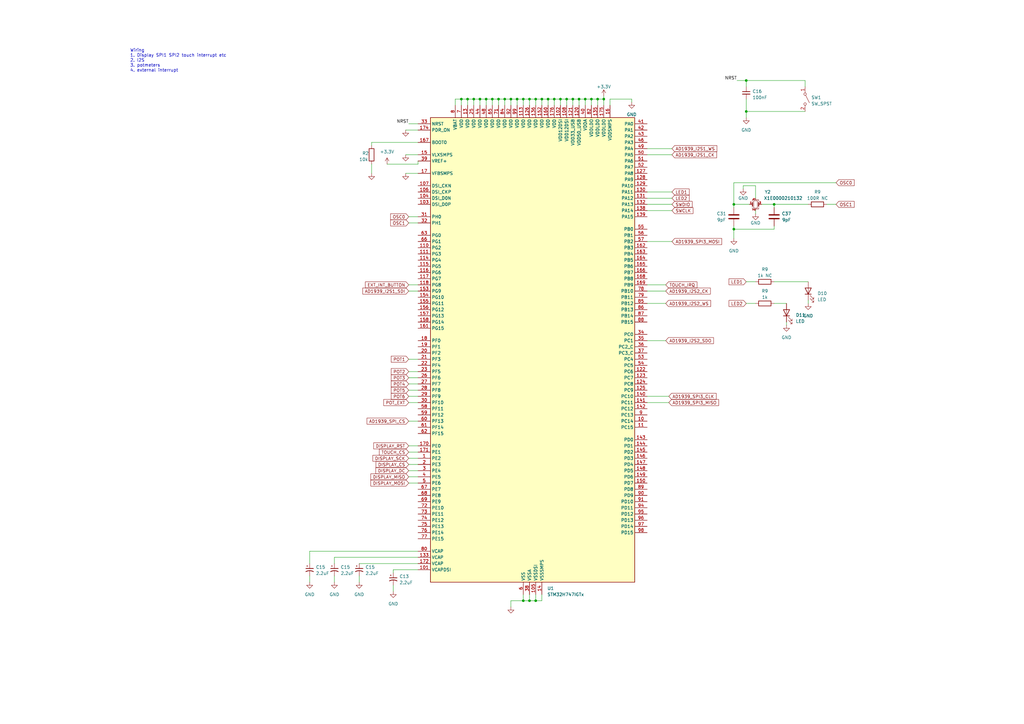
<source format=kicad_sch>
(kicad_sch (version 20230121) (generator eeschema)
  (paper "A3")
  (lib_symbols
    (symbol "Device:C" (pin_numbers hide) (pin_names (offset 0.254))
      (property "Reference" "C" (at 0.635 2.54 0))
      (property "Value" "C" (at 0.635 -2.54 0))
      (symbol "C_0_1"
        (polyline (pts (xy -2.032 -0.762) (xy 2.032 -0.762)) (stroke (width 0.508)))
        (polyline (pts (xy -2.032 0.762) (xy 2.032 0.762)) (stroke (width 0.508)))
      )
      (symbol "C_1_1"
        (pin passive line (at 0 3.81 270) (length 2.794) (name "~") (number "1"))
        (pin passive line (at 0 -3.81 90) (length 2.794) (name "~") (number "2"))
      )
    )
    (symbol "Device:C_Polarized_Small_US" (pin_numbers hide) (pin_names (offset 0.254) hide)
      (property "Reference" "C" (at 0.254 1.778 0))
      (property "Value" "C_Polarized_Small_US" (at 0.254 -2.032 0))
      (symbol "C_Polarized_Small_US_0_1"
        (polyline (pts (xy -1.524 0.508) (xy 1.524 0.508)) (stroke (width 0.3048)))
        (polyline (pts (xy -1.27 1.524) (xy -0.762 1.524)))
        (polyline (pts (xy -1.016 1.27) (xy -1.016 1.778)))
        (arc (start 1.524 -0.762) (mid 0 -0.3734) (end -1.524 -0.762) (stroke (width 0.3048)))
      )
      (symbol "C_Polarized_Small_US_1_1"
        (pin passive line (at 0 2.54 270) (length 2.032) (name "~") (number "1"))
        (pin passive line (at 0 -2.54 90) (length 2.032) (name "~") (number "2"))
      )
    )
    (symbol "Device:C_Small" (pin_numbers hide) (pin_names (offset 0.254) hide)
      (property "Reference" "C" (at 0.254 1.778 0))
      (property "Value" "C_Small" (at 0.254 -2.032 0))
      (symbol "C_Small_0_1"
        (polyline (pts (xy -1.524 -0.508) (xy 1.524 -0.508)) (stroke (width 0.3302)))
        (polyline (pts (xy -1.524 0.508) (xy 1.524 0.508)) (stroke (width 0.3048)))
      )
      (symbol "C_Small_1_1"
        (pin passive line (at 0 2.54 270) (length 2.032) (name "~") (number "1"))
        (pin passive line (at 0 -2.54 90) (length 2.032) (name "~") (number "2"))
      )
    )
    (symbol "Device:Crystal_GND24_Small" (pin_names (offset 1.016) hide)
      (property "Reference" "Y" (at 1.27 4.445 0))
      (property "Value" "Crystal_GND24_Small" (at 1.27 2.54 0))
      (symbol "Crystal_GND24_Small_0_1"
        (rectangle (start -0.762 -1.524) (end 0.762 1.524))
        (polyline (pts (xy -1.27 -0.762) (xy -1.27 0.762)) (stroke (width 0.381)))
        (polyline (pts (xy 1.27 -0.762) (xy 1.27 0.762)) (stroke (width 0.381)))
        (polyline (pts (xy -1.27 -1.27) (xy -1.27 -1.905) (xy 1.27 -1.905) (xy 1.27 -1.27)))
        (polyline (pts (xy -1.27 1.27) (xy -1.27 1.905) (xy 1.27 1.905) (xy 1.27 1.27)))
      )
      (symbol "Crystal_GND24_Small_1_1"
        (pin passive line (at -2.54 0 0) (length 1.27) (name "1") (number "1"))
        (pin passive line (at 0 -2.54 90) (length 0.635) (name "2") (number "2"))
        (pin passive line (at 2.54 0 180) (length 1.27) (name "3") (number "3"))
        (pin passive line (at 0 2.54 270) (length 0.635) (name "4") (number "4"))
      )
    )
    (symbol "Device:LED" (pin_numbers hide) (pin_names (offset 1.016) hide)
      (property "Reference" "D" (at 0 2.54 0))
      (property "Value" "LED" (at 0 -2.54 0))
      (symbol "LED_0_1"
        (polyline (pts (xy -1.27 -1.27) (xy -1.27 1.27)) (stroke (width 0.254)))
        (polyline (pts (xy -1.27 0) (xy 1.27 0)))
        (polyline (pts (xy 1.27 -1.27) (xy 1.27 1.27) (xy -1.27 0) (xy 1.27 -1.27)) (stroke (width 0.254)))
        (polyline (pts (xy -3.048 -0.762) (xy -4.572 -2.286) (xy -3.81 -2.286) (xy -4.572 -2.286) (xy -4.572 -1.524)))
        (polyline (pts (xy -1.778 -0.762) (xy -3.302 -2.286) (xy -2.54 -2.286) (xy -3.302 -2.286) (xy -3.302 -1.524)))
      )
      (symbol "LED_1_1"
        (pin passive line (at -3.81 0 0) (length 2.54) (name "K") (number "1"))
        (pin passive line (at 3.81 0 180) (length 2.54) (name "A") (number "2"))
      )
    )
    (symbol "Device:R" (pin_numbers hide) (pin_names (offset 0))
      (property "Reference" "R" (at 2.032 0 90))
      (property "Value" "R" (at 0 0 90))
      (symbol "R_0_1"
        (rectangle (start -1.016 -2.54) (end 1.016 2.54) (stroke (width 0.254)))
      )
      (symbol "R_1_1"
        (pin passive line (at 0 3.81 270) (length 1.27) (name "~") (number "1"))
        (pin passive line (at 0 -3.81 90) (length 1.27) (name "~") (number "2"))
      )
    )
    (symbol "MCU_ST_STM32H7:STM32H747IGTx"
      (property "Reference" "U" (at -40.64 97.79 0))
      (property "Value" "STM32H747IGTx" (at 35.56 97.79 0))
      (symbol "STM32H747IGTx_0_1"
        (rectangle (start -40.64 -93.98) (end 43.18 96.52) (stroke (width 0.254)) (fill (type background)))
      )
      (symbol "STM32H747IGTx_1_1"
        (pin bidirectional line (at -45.72 -43.18 0) (length 5.08) (name "PE2") (number "1"))
        (pin bidirectional line (at 48.26 -27.94 180) (length 5.08) (name "PC14") (number "10"))
        (pin passive line (at -2.54 -99.06 90) (length 5.08) hide (name "VSS") (number "100"))
        (pin power_out line (at -45.72 -88.9 0) (length 5.08) (name "VCAPDSI") (number "101"))
        (pin power_in line (at 12.7 101.6 270) (length 5.08) (name "VDD12DSI") (number "102"))
        (pin bidirectional line (at -45.72 60.96 0) (length 5.08) (name "DSI_D0P") (number "103"))
        (pin bidirectional line (at -45.72 63.5 0) (length 5.08) (name "DSI_D0N") (number "104"))
        (pin power_in line (at 2.54 -99.06 90) (length 5.08) (name "VSSDSI") (number "105"))
        (pin bidirectional line (at -45.72 66.04 0) (length 5.08) (name "DSI_CKP") (number "106"))
        (pin bidirectional line (at -45.72 68.58 0) (length 5.08) (name "DSI_CKN") (number "107"))
        (pin power_in line (at 15.24 101.6 270) (length 5.08) (name "VDD12DSI") (number "108"))
        (pin passive line (at 2.54 -99.06 90) (length 5.08) hide (name "VSSDSI") (number "109"))
        (pin bidirectional line (at 48.26 -30.48 180) (length 5.08) (name "PC15") (number "11"))
        (pin bidirectional line (at -45.72 43.18 0) (length 5.08) (name "PG2") (number "110"))
        (pin bidirectional line (at -45.72 40.64 0) (length 5.08) (name "PG3") (number "111"))
        (pin passive line (at -2.54 -99.06 90) (length 5.08) hide (name "VSS") (number "112"))
        (pin power_in line (at -2.54 101.6 270) (length 5.08) (name "VDD") (number "113"))
        (pin bidirectional line (at -45.72 38.1 0) (length 5.08) (name "PG4") (number "114"))
        (pin bidirectional line (at -45.72 35.56 0) (length 5.08) (name "PG5") (number "115"))
        (pin bidirectional line (at -45.72 33.02 0) (length 5.08) (name "PG6") (number "116"))
        (pin bidirectional line (at -45.72 30.48 0) (length 5.08) (name "PG7") (number "117"))
        (pin bidirectional line (at -45.72 27.94 0) (length 5.08) (name "PG8") (number "118"))
        (pin passive line (at -2.54 -99.06 90) (length 5.08) hide (name "VSS") (number "119"))
        (pin passive line (at -2.54 -99.06 90) (length 5.08) hide (name "VSS") (number "12"))
        (pin power_in line (at 20.32 101.6 270) (length 5.08) (name "VDD50_USB") (number "120"))
        (pin power_in line (at 17.78 101.6 270) (length 5.08) (name "VDD33_USB") (number "121"))
        (pin bidirectional line (at 48.26 -7.62 180) (length 5.08) (name "PC6") (number "122"))
        (pin bidirectional line (at 48.26 -10.16 180) (length 5.08) (name "PC7") (number "123"))
        (pin bidirectional line (at 48.26 -12.7 180) (length 5.08) (name "PC8") (number "124"))
        (pin bidirectional line (at 48.26 -15.24 180) (length 5.08) (name "PC9") (number "125"))
        (pin power_in line (at 0 101.6 270) (length 5.08) (name "VDD") (number "126"))
        (pin bidirectional line (at 48.26 73.66 180) (length 5.08) (name "PA8") (number "127"))
        (pin bidirectional line (at 48.26 71.12 180) (length 5.08) (name "PA9") (number "128"))
        (pin bidirectional line (at 48.26 68.58 180) (length 5.08) (name "PA10") (number "129"))
        (pin power_in line (at -25.4 101.6 270) (length 5.08) (name "VDD") (number "13"))
        (pin bidirectional line (at 48.26 66.04 180) (length 5.08) (name "PA11") (number "130"))
        (pin bidirectional line (at 48.26 63.5 180) (length 5.08) (name "PA12") (number "131"))
        (pin bidirectional line (at 48.26 60.96 180) (length 5.08) (name "PA13") (number "132"))
        (pin power_out line (at -45.72 -83.82 0) (length 5.08) (name "VCAP") (number "133"))
        (pin passive line (at -2.54 -99.06 90) (length 5.08) hide (name "VSS") (number "134"))
        (pin power_in line (at 27.94 101.6 270) (length 5.08) (name "VDDLDO") (number "135"))
        (pin power_in line (at 2.54 101.6 270) (length 5.08) (name "VDD") (number "136"))
        (pin passive line (at -2.54 -99.06 90) (length 5.08) hide (name "VSS") (number "137"))
        (pin bidirectional line (at 48.26 58.42 180) (length 5.08) (name "PA14") (number "138"))
        (pin bidirectional line (at 48.26 55.88 180) (length 5.08) (name "PA15") (number "139"))
        (pin power_in line (at 5.08 -99.06 90) (length 5.08) (name "VSSSMPS") (number "14"))
        (pin bidirectional line (at 48.26 -17.78 180) (length 5.08) (name "PC10") (number "140"))
        (pin bidirectional line (at 48.26 -20.32 180) (length 5.08) (name "PC11") (number "141"))
        (pin bidirectional line (at 48.26 -22.86 180) (length 5.08) (name "PC12") (number "142"))
        (pin bidirectional line (at 48.26 -35.56 180) (length 5.08) (name "PD0") (number "143"))
        (pin bidirectional line (at 48.26 -38.1 180) (length 5.08) (name "PD1") (number "144"))
        (pin bidirectional line (at 48.26 -40.64 180) (length 5.08) (name "PD2") (number "145"))
        (pin bidirectional line (at 48.26 -43.18 180) (length 5.08) (name "PD3") (number "146"))
        (pin bidirectional line (at 48.26 -45.72 180) (length 5.08) (name "PD4") (number "147"))
        (pin bidirectional line (at 48.26 -48.26 180) (length 5.08) (name "PD5") (number "148"))
        (pin bidirectional line (at 48.26 -50.8 180) (length 5.08) (name "PD6") (number "149"))
        (pin power_in line (at -45.72 81.28 0) (length 5.08) (name "VLXSMPS") (number "15"))
        (pin bidirectional line (at 48.26 -53.34 180) (length 5.08) (name "PD7") (number "150"))
        (pin passive line (at -2.54 -99.06 90) (length 5.08) hide (name "VSS") (number "151"))
        (pin power_in line (at 5.08 101.6 270) (length 5.08) (name "VDD") (number "152"))
        (pin bidirectional line (at -45.72 25.4 0) (length 5.08) (name "PG9") (number "153"))
        (pin bidirectional line (at -45.72 22.86 0) (length 5.08) (name "PG10") (number "154"))
        (pin bidirectional line (at -45.72 20.32 0) (length 5.08) (name "PG11") (number "155"))
        (pin bidirectional line (at -45.72 17.78 0) (length 5.08) (name "PG12") (number "156"))
        (pin bidirectional line (at -45.72 15.24 0) (length 5.08) (name "PG13") (number "157"))
        (pin bidirectional line (at -45.72 12.7 0) (length 5.08) (name "PG14") (number "158"))
        (pin passive line (at -2.54 -99.06 90) (length 5.08) hide (name "VSS") (number "159"))
        (pin power_in line (at 33.02 101.6 270) (length 5.08) (name "VDDSMPS") (number "16"))
        (pin power_in line (at 7.62 101.6 270) (length 5.08) (name "VDD") (number "160"))
        (pin bidirectional line (at -45.72 10.16 0) (length 5.08) (name "PG15") (number "161"))
        (pin bidirectional line (at 48.26 43.18 180) (length 5.08) (name "PB3") (number "162"))
        (pin bidirectional line (at 48.26 40.64 180) (length 5.08) (name "PB4") (number "163"))
        (pin bidirectional line (at 48.26 38.1 180) (length 5.08) (name "PB5") (number "164"))
        (pin bidirectional line (at 48.26 35.56 180) (length 5.08) (name "PB6") (number "165"))
        (pin bidirectional line (at 48.26 33.02 180) (length 5.08) (name "PB7") (number "166"))
        (pin input line (at -45.72 86.36 0) (length 5.08) (name "BOOT0") (number "167"))
        (pin bidirectional line (at 48.26 30.48 180) (length 5.08) (name "PB8") (number "168"))
        (pin bidirectional line (at 48.26 27.94 180) (length 5.08) (name "PB9") (number "169"))
        (pin input line (at -45.72 73.66 0) (length 5.08) (name "VFBSMPS") (number "17"))
        (pin bidirectional line (at -45.72 -38.1 0) (length 5.08) (name "PE0") (number "170"))
        (pin bidirectional line (at -45.72 -40.64 0) (length 5.08) (name "PE1") (number "171"))
        (pin power_out line (at -45.72 -86.36 0) (length 5.08) (name "VCAP") (number "172"))
        (pin passive line (at -2.54 -99.06 90) (length 5.08) hide (name "VSS") (number "173"))
        (pin input line (at -45.72 91.44 0) (length 5.08) (name "PDR_ON") (number "174"))
        (pin power_in line (at 30.48 101.6 270) (length 5.08) (name "VDDLDO") (number "175"))
        (pin power_in line (at 10.16 101.6 270) (length 5.08) (name "VDD") (number "176"))
        (pin bidirectional line (at -45.72 5.08 0) (length 5.08) (name "PF0") (number "18"))
        (pin bidirectional line (at -45.72 2.54 0) (length 5.08) (name "PF1") (number "19"))
        (pin bidirectional line (at -45.72 -45.72 0) (length 5.08) (name "PE3") (number "2"))
        (pin bidirectional line (at -45.72 0 0) (length 5.08) (name "PF2") (number "20"))
        (pin bidirectional line (at -45.72 -2.54 0) (length 5.08) (name "PF3") (number "21"))
        (pin bidirectional line (at -45.72 -5.08 0) (length 5.08) (name "PF4") (number "22"))
        (pin bidirectional line (at -45.72 -7.62 0) (length 5.08) (name "PF5") (number "23"))
        (pin passive line (at -2.54 -99.06 90) (length 5.08) hide (name "VSS") (number "24"))
        (pin power_in line (at -22.86 101.6 270) (length 5.08) (name "VDD") (number "25"))
        (pin bidirectional line (at -45.72 -10.16 0) (length 5.08) (name "PF6") (number "26"))
        (pin bidirectional line (at -45.72 -12.7 0) (length 5.08) (name "PF7") (number "27"))
        (pin bidirectional line (at -45.72 -15.24 0) (length 5.08) (name "PF8") (number "28"))
        (pin bidirectional line (at -45.72 -17.78 0) (length 5.08) (name "PF9") (number "29"))
        (pin bidirectional line (at -45.72 -48.26 0) (length 5.08) (name "PE4") (number "3"))
        (pin bidirectional line (at -45.72 -20.32 0) (length 5.08) (name "PF10") (number "30"))
        (pin bidirectional line (at -45.72 55.88 0) (length 5.08) (name "PH0") (number "31"))
        (pin bidirectional line (at -45.72 53.34 0) (length 5.08) (name "PH1") (number "32"))
        (pin input line (at -45.72 93.98 0) (length 5.08) (name "NRST") (number "33"))
        (pin bidirectional line (at 48.26 7.62 180) (length 5.08) (name "PC0") (number "34"))
        (pin bidirectional line (at 48.26 5.08 180) (length 5.08) (name "PC1") (number "35"))
        (pin bidirectional line (at 48.26 2.54 180) (length 5.08) (name "PC2_C") (number "36"))
        (pin bidirectional line (at 48.26 0 180) (length 5.08) (name "PC3_C") (number "37"))
        (pin power_in line (at 0 -99.06 90) (length 5.08) (name "VSSA") (number "38"))
        (pin input line (at -45.72 78.74 0) (length 5.08) (name "VREF+") (number "39"))
        (pin bidirectional line (at -45.72 -50.8 0) (length 5.08) (name "PE5") (number "4"))
        (pin power_in line (at 22.86 101.6 270) (length 5.08) (name "VDDA") (number "40"))
        (pin bidirectional line (at 48.26 93.98 180) (length 5.08) (name "PA0") (number "41"))
        (pin bidirectional line (at 48.26 91.44 180) (length 5.08) (name "PA1") (number "42"))
        (pin bidirectional line (at 48.26 88.9 180) (length 5.08) (name "PA2") (number "43"))
        (pin power_in line (at -20.32 101.6 270) (length 5.08) (name "VDD") (number "44"))
        (pin passive line (at -2.54 -99.06 90) (length 5.08) hide (name "VSS") (number "45"))
        (pin bidirectional line (at 48.26 86.36 180) (length 5.08) (name "PA3") (number "46"))
        (pin passive line (at -2.54 -99.06 90) (length 5.08) hide (name "VSS") (number "47"))
        (pin power_in line (at -17.78 101.6 270) (length 5.08) (name "VDD") (number "48"))
        (pin bidirectional line (at 48.26 83.82 180) (length 5.08) (name "PA4") (number "49"))
        (pin bidirectional line (at -45.72 -53.34 0) (length 5.08) (name "PE6") (number "5"))
        (pin bidirectional line (at 48.26 81.28 180) (length 5.08) (name "PA5") (number "50"))
        (pin bidirectional line (at 48.26 78.74 180) (length 5.08) (name "PA6") (number "51"))
        (pin bidirectional line (at 48.26 76.2 180) (length 5.08) (name "PA7") (number "52"))
        (pin bidirectional line (at 48.26 -2.54 180) (length 5.08) (name "PC4") (number "53"))
        (pin bidirectional line (at 48.26 -5.08 180) (length 5.08) (name "PC5") (number "54"))
        (pin bidirectional line (at 48.26 50.8 180) (length 5.08) (name "PB0") (number "55"))
        (pin bidirectional line (at 48.26 48.26 180) (length 5.08) (name "PB1") (number "56"))
        (pin bidirectional line (at 48.26 45.72 180) (length 5.08) (name "PB2") (number "57"))
        (pin bidirectional line (at -45.72 -22.86 0) (length 5.08) (name "PF11") (number "58"))
        (pin bidirectional line (at -45.72 -25.4 0) (length 5.08) (name "PF12") (number "59"))
        (pin power_in line (at -2.54 -99.06 90) (length 5.08) (name "VSS") (number "6"))
        (pin bidirectional line (at -45.72 -27.94 0) (length 5.08) (name "PF13") (number "60"))
        (pin bidirectional line (at -45.72 -30.48 0) (length 5.08) (name "PF14") (number "61"))
        (pin bidirectional line (at -45.72 -33.02 0) (length 5.08) (name "PF15") (number "62"))
        (pin bidirectional line (at -45.72 48.26 0) (length 5.08) (name "PG0") (number "63"))
        (pin passive line (at -2.54 -99.06 90) (length 5.08) hide (name "VSS") (number "64"))
        (pin power_in line (at -15.24 101.6 270) (length 5.08) (name "VDD") (number "65"))
        (pin bidirectional line (at -45.72 45.72 0) (length 5.08) (name "PG1") (number "66"))
        (pin bidirectional line (at -45.72 -55.88 0) (length 5.08) (name "PE7") (number "67"))
        (pin bidirectional line (at -45.72 -58.42 0) (length 5.08) (name "PE8") (number "68"))
        (pin bidirectional line (at -45.72 -60.96 0) (length 5.08) (name "PE9") (number "69"))
        (pin power_in line (at -27.94 101.6 270) (length 5.08) (name "VDD") (number "7"))
        (pin passive line (at -2.54 -99.06 90) (length 5.08) hide (name "VSS") (number "70"))
        (pin power_in line (at -12.7 101.6 270) (length 5.08) (name "VDD") (number "71"))
        (pin bidirectional line (at -45.72 -63.5 0) (length 5.08) (name "PE10") (number "72"))
        (pin bidirectional line (at -45.72 -66.04 0) (length 5.08) (name "PE11") (number "73"))
        (pin bidirectional line (at -45.72 -68.58 0) (length 5.08) (name "PE12") (number "74"))
        (pin bidirectional line (at -45.72 -71.12 0) (length 5.08) (name "PE13") (number "75"))
        (pin bidirectional line (at -45.72 -73.66 0) (length 5.08) (name "PE14") (number "76"))
        (pin bidirectional line (at -45.72 -76.2 0) (length 5.08) (name "PE15") (number "77"))
        (pin bidirectional line (at 48.26 25.4 180) (length 5.08) (name "PB10") (number "78"))
        (pin bidirectional line (at 48.26 22.86 180) (length 5.08) (name "PB11") (number "79"))
        (pin power_in line (at -30.48 101.6 270) (length 5.08) (name "VBAT") (number "8"))
        (pin power_out line (at -45.72 -81.28 0) (length 5.08) (name "VCAP") (number "80"))
        (pin passive line (at -2.54 -99.06 90) (length 5.08) hide (name "VSS") (number "81"))
        (pin power_in line (at 25.4 101.6 270) (length 5.08) (name "VDDLDO") (number "82"))
        (pin passive line (at -2.54 -99.06 90) (length 5.08) hide (name "VSS") (number "83"))
        (pin power_in line (at -10.16 101.6 270) (length 5.08) (name "VDD") (number "84"))
        (pin bidirectional line (at 48.26 20.32 180) (length 5.08) (name "PB12") (number "85"))
        (pin bidirectional line (at 48.26 17.78 180) (length 5.08) (name "PB13") (number "86"))
        (pin bidirectional line (at 48.26 15.24 180) (length 5.08) (name "PB14") (number "87"))
        (pin bidirectional line (at 48.26 12.7 180) (length 5.08) (name "PB15") (number "88"))
        (pin bidirectional line (at 48.26 -55.88 180) (length 5.08) (name "PD8") (number "89"))
        (pin bidirectional line (at 48.26 -25.4 180) (length 5.08) (name "PC13") (number "9"))
        (pin bidirectional line (at 48.26 -58.42 180) (length 5.08) (name "PD9") (number "90"))
        (pin bidirectional line (at 48.26 -60.96 180) (length 5.08) (name "PD10") (number "91"))
        (pin power_in line (at -7.62 101.6 270) (length 5.08) (name "VDD") (number "92"))
        (pin passive line (at -2.54 -99.06 90) (length 5.08) hide (name "VSS") (number "93"))
        (pin bidirectional line (at 48.26 -63.5 180) (length 5.08) (name "PD11") (number "94"))
        (pin bidirectional line (at 48.26 -66.04 180) (length 5.08) (name "PD12") (number "95"))
        (pin bidirectional line (at 48.26 -68.58 180) (length 5.08) (name "PD13") (number "96"))
        (pin bidirectional line (at 48.26 -71.12 180) (length 5.08) (name "PD14") (number "97"))
        (pin bidirectional line (at 48.26 -73.66 180) (length 5.08) (name "PD15") (number "98"))
        (pin power_in line (at -5.08 101.6 270) (length 5.08) (name "VDD") (number "99"))
      )
    )
    (symbol "Switch:SW_SPST" (pin_names (offset 0) hide)
      (property "Reference" "SW" (at 0 3.175 0))
      (property "Value" "SW_SPST" (at 0 -2.54 0))
      (symbol "SW_SPST_0_0"
        (circle (center -2.032 0) (radius 0.508))
        (polyline (pts (xy -1.524 0.254) (xy 1.524 1.778)))
        (circle (center 2.032 0) (radius 0.508))
      )
      (symbol "SW_SPST_1_1"
        (pin passive line (at -5.08 0 0) (length 2.54) (name "A") (number "1"))
        (pin passive line (at 5.08 0 180) (length 2.54) (name "B") (number "2"))
      )
    )
    (symbol "power:+3.3V" (power) (pin_names (offset 0))
      (property "Value" "+3.3V" (at 0 3.556 0))
      (symbol "+3.3V_0_1"
        (polyline (pts (xy -0.762 1.27) (xy 0 2.54)))
        (polyline (pts (xy 0 0) (xy 0 2.54)))
        (polyline (pts (xy 0 2.54) (xy 0.762 1.27)))
      )
      (symbol "+3.3V_1_1"
        (pin power_in line (at 0 0 90) (length 0) hide (name "+3.3V") (number "1"))
      )
    )
    (symbol "power:GND" (power) (pin_names (offset 0))
      (property "Value" "GND" (at 0 -3.81 0))
      (symbol "GND_0_1"
        (polyline (pts (xy 0 0) (xy 0 -1.27) (xy 1.27 -1.27) (xy 0 -2.54) (xy -1.27 -1.27) (xy 0 -1.27)))
      )
      (symbol "GND_1_1"
        (pin power_in line (at 0 0 270) (length 0) hide (name "GND") (number "1"))
      )
    )
  )
  (junction (at 232.41 40.64))
  (junction (at 189.23 40.64))
  (junction (at 300.99 93.98))
  (junction (at 209.55 40.64))
  (junction (at 196.85 40.64))
  (junction (at 214.63 40.64))
  (junction (at 242.57 40.64))
  (junction (at 219.71 40.64))
  (junction (at 191.77 40.64))
  (junction (at 217.17 40.64))
  (junction (at 207.01 40.64))
  (junction (at 217.17 246.38))
  (junction (at 227.33 40.64))
  (junction (at 219.71 246.38))
  (junction (at 237.49 40.64))
  (junction (at 222.25 40.64))
  (junction (at 234.95 40.64))
  (junction (at 212.09 40.64))
  (junction (at 204.47 40.64))
  (junction (at 201.93 40.64))
  (junction (at 194.31 40.64))
  (junction (at 199.39 40.64))
  (junction (at 214.63 246.38))
  (junction (at 300.99 83.82))
  (junction (at 317.5 83.82))
  (junction (at 224.79 40.64))
  (junction (at 306.07 33.02))
  (junction (at 245.11 40.64))
  (junction (at 240.03 40.64))
  (junction (at 306.07 45.72))
  (junction (at 229.87 40.64))
  (junction (at 247.65 40.64))
  (wire (pts (xy 166.37 53.34) (xy 171.45 53.34)))
  (wire (pts (xy 186.69 43.18) (xy 186.69 40.64)))
  (wire (pts (xy 259.08 40.64) (xy 259.08 41.91)))
  (wire (pts (xy 232.41 40.64) (xy 234.95 40.64)))
  (wire (pts (xy 300.99 93.98) (xy 317.5 93.98)))
  (wire (pts (xy 167.64 50.8) (xy 171.45 50.8)))
  (wire (pts (xy 217.17 40.64) (xy 219.71 40.64)))
  (wire (pts (xy 265.43 124.46) (xy 273.05 124.46)))
  (wire (pts (xy 222.25 43.18) (xy 222.25 40.64)))
  (wire (pts (xy 166.37 71.12) (xy 171.45 71.12)))
  (wire (pts (xy 167.64 157.48) (xy 171.45 157.48)))
  (wire (pts (xy 247.65 43.18) (xy 247.65 40.64)))
  (wire (pts (xy 194.31 40.64) (xy 196.85 40.64)))
  (wire (pts (xy 265.43 78.74) (xy 275.59 78.74)))
  (wire (pts (xy 152.4 67.31) (xy 152.4 71.12)))
  (wire (pts (xy 219.71 43.18) (xy 219.71 40.64)))
  (wire (pts (xy 219.71 246.38) (xy 222.25 246.38)))
  (wire (pts (xy 127 226.06) (xy 171.45 226.06)))
  (wire (pts (xy 199.39 40.64) (xy 201.93 40.64)))
  (wire (pts (xy 167.64 190.5) (xy 171.45 190.5)))
  (wire (pts (xy 306.07 115.57) (xy 309.88 115.57)))
  (wire (pts (xy 171.45 228.6) (xy 137.16 228.6)))
  (wire (pts (xy 152.4 58.42) (xy 171.45 58.42)))
  (wire (pts (xy 191.77 43.18) (xy 191.77 40.64)))
  (wire (pts (xy 214.63 246.38) (xy 214.63 243.84)))
  (wire (pts (xy 300.99 74.93) (xy 300.99 83.82)))
  (wire (pts (xy 207.01 40.64) (xy 209.55 40.64)))
  (wire (pts (xy 167.64 198.12) (xy 171.45 198.12)))
  (wire (pts (xy 224.79 43.18) (xy 224.79 40.64)))
  (wire (pts (xy 245.11 40.64) (xy 247.65 40.64)))
  (wire (pts (xy 217.17 246.38) (xy 219.71 246.38)))
  (wire (pts (xy 137.16 228.6) (xy 137.16 231.14)))
  (wire (pts (xy 209.55 40.64) (xy 212.09 40.64)))
  (wire (pts (xy 227.33 40.64) (xy 229.87 40.64)))
  (wire (pts (xy 304.8 76.2) (xy 309.88 76.2)))
  (wire (pts (xy 207.01 43.18) (xy 207.01 40.64)))
  (wire (pts (xy 331.47 123.19) (xy 331.47 124.46)))
  (wire (pts (xy 306.07 40.64) (xy 306.07 45.72)))
  (wire (pts (xy 265.43 99.06) (xy 275.59 99.06)))
  (wire (pts (xy 304.8 77.47) (xy 304.8 76.2)))
  (wire (pts (xy 322.58 132.08) (xy 322.58 133.35)))
  (wire (pts (xy 167.64 152.4) (xy 171.45 152.4)))
  (wire (pts (xy 167.64 182.88) (xy 171.45 182.88)))
  (wire (pts (xy 167.64 119.38) (xy 171.45 119.38)))
  (wire (pts (xy 209.55 43.18) (xy 209.55 40.64)))
  (wire (pts (xy 167.64 172.72) (xy 171.45 172.72)))
  (wire (pts (xy 127 231.14) (xy 127 226.06)))
  (wire (pts (xy 242.57 40.64) (xy 245.11 40.64)))
  (wire (pts (xy 250.19 40.64) (xy 259.08 40.64)))
  (wire (pts (xy 265.43 86.36) (xy 275.59 86.36)))
  (wire (pts (xy 204.47 40.64) (xy 207.01 40.64)))
  (wire (pts (xy 306.07 33.02) (xy 306.07 35.56)))
  (wire (pts (xy 127 236.22) (xy 127 238.76)))
  (wire (pts (xy 147.32 231.14) (xy 171.45 231.14)))
  (wire (pts (xy 167.64 88.9) (xy 171.45 88.9)))
  (wire (pts (xy 167.64 193.04) (xy 171.45 193.04)))
  (wire (pts (xy 167.64 154.94) (xy 171.45 154.94)))
  (wire (pts (xy 222.25 246.38) (xy 222.25 243.84)))
  (wire (pts (xy 166.37 63.5) (xy 171.45 63.5)))
  (wire (pts (xy 167.64 165.1) (xy 171.45 165.1)))
  (wire (pts (xy 339.09 83.82) (xy 342.9 83.82)))
  (wire (pts (xy 161.29 240.03) (xy 161.29 242.57)))
  (wire (pts (xy 212.09 43.18) (xy 212.09 40.64)))
  (wire (pts (xy 265.43 60.96) (xy 275.59 60.96)))
  (wire (pts (xy 240.03 40.64) (xy 242.57 40.64)))
  (wire (pts (xy 317.5 115.57) (xy 331.47 115.57)))
  (wire (pts (xy 167.64 185.42) (xy 171.45 185.42)))
  (wire (pts (xy 204.47 43.18) (xy 204.47 40.64)))
  (wire (pts (xy 306.07 33.02) (xy 330.2 33.02)))
  (wire (pts (xy 237.49 43.18) (xy 237.49 40.64)))
  (wire (pts (xy 186.69 40.64) (xy 189.23 40.64)))
  (wire (pts (xy 217.17 246.38) (xy 217.17 243.84)))
  (wire (pts (xy 265.43 81.28) (xy 275.59 81.28)))
  (wire (pts (xy 152.4 59.69) (xy 152.4 58.42)))
  (wire (pts (xy 300.99 74.93) (xy 342.9 74.93)))
  (wire (pts (xy 167.64 195.58) (xy 171.45 195.58)))
  (wire (pts (xy 209.55 246.38) (xy 214.63 246.38)))
  (wire (pts (xy 161.29 233.68) (xy 171.45 233.68)))
  (wire (pts (xy 302.26 33.02) (xy 306.07 33.02)))
  (wire (pts (xy 300.99 83.82) (xy 307.34 83.82)))
  (wire (pts (xy 137.16 236.22) (xy 137.16 238.76)))
  (wire (pts (xy 214.63 43.18) (xy 214.63 40.64)))
  (wire (pts (xy 167.64 91.44) (xy 171.45 91.44)))
  (wire (pts (xy 219.71 246.38) (xy 219.71 243.84)))
  (wire (pts (xy 265.43 83.82) (xy 275.59 83.82)))
  (wire (pts (xy 317.5 92.71) (xy 317.5 93.98)))
  (wire (pts (xy 265.43 116.84) (xy 273.05 116.84)))
  (wire (pts (xy 167.64 187.96) (xy 171.45 187.96)))
  (wire (pts (xy 247.65 39.37) (xy 247.65 40.64)))
  (wire (pts (xy 196.85 43.18) (xy 196.85 40.64)))
  (wire (pts (xy 229.87 40.64) (xy 232.41 40.64)))
  (wire (pts (xy 201.93 43.18) (xy 201.93 40.64)))
  (wire (pts (xy 250.19 43.18) (xy 250.19 40.64)))
  (wire (pts (xy 167.64 116.84) (xy 171.45 116.84)))
  (wire (pts (xy 317.5 85.09) (xy 317.5 83.82)))
  (wire (pts (xy 245.11 43.18) (xy 245.11 40.64)))
  (wire (pts (xy 309.88 76.2) (xy 309.88 81.28)))
  (wire (pts (xy 242.57 43.18) (xy 242.57 40.64)))
  (wire (pts (xy 189.23 40.64) (xy 191.77 40.64)))
  (wire (pts (xy 219.71 40.64) (xy 222.25 40.64)))
  (wire (pts (xy 265.43 63.5) (xy 275.59 63.5)))
  (wire (pts (xy 265.43 165.1) (xy 274.32 165.1)))
  (wire (pts (xy 191.77 40.64) (xy 194.31 40.64)))
  (wire (pts (xy 214.63 40.64) (xy 217.17 40.64)))
  (wire (pts (xy 171.45 67.31) (xy 171.45 66.04)))
  (wire (pts (xy 217.17 43.18) (xy 217.17 40.64)))
  (wire (pts (xy 214.63 246.38) (xy 217.17 246.38)))
  (wire (pts (xy 312.42 83.82) (xy 317.5 83.82)))
  (wire (pts (xy 265.43 139.7) (xy 273.05 139.7)))
  (wire (pts (xy 158.75 67.31) (xy 171.45 67.31)))
  (wire (pts (xy 196.85 40.64) (xy 199.39 40.64)))
  (wire (pts (xy 309.88 86.36) (xy 309.88 87.63)))
  (wire (pts (xy 300.99 83.82) (xy 300.99 85.09)))
  (wire (pts (xy 265.43 162.56) (xy 274.32 162.56)))
  (wire (pts (xy 234.95 43.18) (xy 234.95 40.64)))
  (wire (pts (xy 232.41 43.18) (xy 232.41 40.64)))
  (wire (pts (xy 306.07 45.72) (xy 306.07 48.26)))
  (wire (pts (xy 300.99 92.71) (xy 300.99 93.98)))
  (wire (pts (xy 306.07 124.46) (xy 309.88 124.46)))
  (wire (pts (xy 199.39 43.18) (xy 199.39 40.64)))
  (wire (pts (xy 167.64 162.56) (xy 171.45 162.56)))
  (wire (pts (xy 317.5 83.82) (xy 331.47 83.82)))
  (wire (pts (xy 212.09 40.64) (xy 214.63 40.64)))
  (wire (pts (xy 167.64 147.32) (xy 171.45 147.32)))
  (wire (pts (xy 330.2 35.56) (xy 330.2 33.02)))
  (wire (pts (xy 167.64 160.02) (xy 171.45 160.02)))
  (wire (pts (xy 229.87 43.18) (xy 229.87 40.64)))
  (wire (pts (xy 222.25 40.64) (xy 224.79 40.64)))
  (wire (pts (xy 161.29 234.95) (xy 161.29 233.68)))
  (wire (pts (xy 209.55 246.38) (xy 209.55 248.92)))
  (wire (pts (xy 265.43 119.38) (xy 273.05 119.38)))
  (wire (pts (xy 201.93 40.64) (xy 204.47 40.64)))
  (wire (pts (xy 300.99 93.98) (xy 300.99 97.79)))
  (wire (pts (xy 237.49 40.64) (xy 240.03 40.64)))
  (wire (pts (xy 189.23 43.18) (xy 189.23 40.64)))
  (wire (pts (xy 147.32 236.22) (xy 147.32 238.76)))
  (wire (pts (xy 224.79 40.64) (xy 227.33 40.64)))
  (wire (pts (xy 227.33 43.18) (xy 227.33 40.64)))
  (wire (pts (xy 194.31 43.18) (xy 194.31 40.64)))
  (wire (pts (xy 240.03 43.18) (xy 240.03 40.64)))
  (wire (pts (xy 306.07 45.72) (xy 330.2 45.72)))
  (wire (pts (xy 317.5 124.46) (xy 322.58 124.46)))
  (wire (pts (xy 234.95 40.64) (xy 237.49 40.64)))
  (text "Wiring\n1. Display SPI1 SPI2 touch interrupt etc\n2. I2S\n3. potmeters\n4. external interrupt\n\n" (at 53.34 31.75 0) (effects (font (size 1.27 1.27)) (justify left bottom)))
  (label "NRST" (at 167.64 50.8 180))
  (label "NRST" (at 302.26 33.02 180))
  (global_label "OSC0" (shape input) (at 342.9 74.93 0) (property "Intersheetrefs" "${INTERSHEET_REFS}" (effects hide)))
  (global_label "POT5" (shape input) (at 167.64 160.02 180) (property "Intersheetrefs" "${INTERSHEET_REFS}" (effects hide)))
  (global_label "OSC1" (shape input) (at 167.64 91.44 180) (property "Intersheetrefs" "${INTERSHEET_REFS}" (effects hide)))
  (global_label "AD1939_I2S1_CK" (shape input) (at 275.59 63.5 0) (property "Intersheetrefs" "${INTERSHEET_REFS}" (effects hide)))
  (global_label "TOUCH_CS" (shape input) (at 167.64 185.42 180) (property "Intersheetrefs" "${INTERSHEET_REFS}" (effects hide)))
  (global_label "LED2" (shape input) (at 306.07 124.46 180) (property "Intersheetrefs" "${INTERSHEET_REFS}" (effects hide)))
  (global_label "POT1" (shape input) (at 167.64 147.32 180) (property "Intersheetrefs" "${INTERSHEET_REFS}" (effects hide)))
  (global_label "LED1" (shape input) (at 275.59 78.74 0) (property "Intersheetrefs" "${INTERSHEET_REFS}" (effects hide)))
  (global_label "DISPLAY_RST" (shape input) (at 167.64 182.88 180) (property "Intersheetrefs" "${INTERSHEET_REFS}" (effects hide)))
  (global_label "AD1939_I2S2_CK" (shape input) (at 273.05 119.38 0) (property "Intersheetrefs" "${INTERSHEET_REFS}" (effects hide)))
  (global_label "DISPLAY_CS" (shape input) (at 167.64 190.5 180) (property "Intersheetrefs" "${INTERSHEET_REFS}" (effects hide)))
  (global_label "AD1939_SPI3_CLK" (shape input) (at 274.32 162.56 0) (property "Intersheetrefs" "${INTERSHEET_REFS}" (effects hide)))
  (global_label "AD1939_SPI_CS" (shape input) (at 167.64 172.72 180) (property "Intersheetrefs" "${INTERSHEET_REFS}" (effects hide)))
  (global_label "POT4" (shape input) (at 167.64 157.48 180) (property "Intersheetrefs" "${INTERSHEET_REFS}" (effects hide)))
  (global_label "AD1939_I2S2_SDO" (shape input) (at 273.05 139.7 0) (property "Intersheetrefs" "${INTERSHEET_REFS}" (effects hide)))
  (global_label "LED1" (shape input) (at 306.07 115.57 180) (property "Intersheetrefs" "${INTERSHEET_REFS}" (effects hide)))
  (global_label "EXT_INT_BUTTON" (shape input) (at 167.64 116.84 180) (property "Intersheetrefs" "${INTERSHEET_REFS}" (effects hide)))
  (global_label "AD1939_I2S1_SDI" (shape input) (at 167.64 119.38 180) (property "Intersheetrefs" "${INTERSHEET_REFS}" (effects hide)))
  (global_label "TOUCH_IRQ" (shape input) (at 273.05 116.84 0) (property "Intersheetrefs" "${INTERSHEET_REFS}" (effects hide)))
  (global_label "LED2" (shape input) (at 275.59 81.28 0) (property "Intersheetrefs" "${INTERSHEET_REFS}" (effects hide)))
  (global_label "DISPLAY_DC" (shape input) (at 167.64 193.04 180) (property "Intersheetrefs" "${INTERSHEET_REFS}" (effects hide)))
  (global_label "AD1939_SPI3_MISO" (shape input) (at 274.32 165.1 0) (property "Intersheetrefs" "${INTERSHEET_REFS}" (effects hide)))
  (global_label "POT_EXT" (shape input) (at 167.64 165.1 180) (property "Intersheetrefs" "${INTERSHEET_REFS}" (effects hide)))
  (global_label "DISPLAY_MOSI" (shape input) (at 167.64 198.12 180) (property "Intersheetrefs" "${INTERSHEET_REFS}" (effects hide)))
  (global_label "AD1939_I2S2_WS" (shape input) (at 273.05 124.46 0) (property "Intersheetrefs" "${INTERSHEET_REFS}" (effects hide)))
  (global_label "POT3" (shape input) (at 167.64 154.94 180) (property "Intersheetrefs" "${INTERSHEET_REFS}" (effects hide)))
  (global_label "AD1939_I2S1_WS" (shape input) (at 275.59 60.96 0) (property "Intersheetrefs" "${INTERSHEET_REFS}" (effects hide)))
  (global_label "POT6" (shape input) (at 167.64 162.56 180) (property "Intersheetrefs" "${INTERSHEET_REFS}" (effects hide)))
  (global_label "AD1939_SPI3_MOSI" (shape input) (at 275.59 99.06 0) (property "Intersheetrefs" "${INTERSHEET_REFS}" (effects hide)))
  (global_label "SWCLK" (shape input) (at 275.59 86.36 0) (property "Intersheetrefs" "${INTERSHEET_REFS}" (effects hide)))
  (global_label "SWDIO" (shape input) (at 275.59 83.82 0) (property "Intersheetrefs" "${INTERSHEET_REFS}" (effects hide)))
  (global_label "DISPLAY_MISO" (shape input) (at 167.64 195.58 180) (property "Intersheetrefs" "${INTERSHEET_REFS}" (effects hide)))
  (global_label "POT2" (shape input) (at 167.64 152.4 180) (property "Intersheetrefs" "${INTERSHEET_REFS}" (effects hide)))
  (global_label "OSC0" (shape input) (at 167.64 88.9 180) (property "Intersheetrefs" "${INTERSHEET_REFS}" (effects hide)))
  (global_label "OSC1" (shape input) (at 342.9 83.82 0) (property "Intersheetrefs" "${INTERSHEET_REFS}" (effects hide)))
  (global_label "DISPLAY_SCK" (shape input) (at 167.64 187.96 180) (property "Intersheetrefs" "${INTERSHEET_REFS}" (effects hide)))
  (symbol (lib_id "power:GND") (at 166.37 71.12 0) (unit 1)
    (property "Reference" "#PWR010" (effects hide))
    (property "Value" "GND" (effects hide))
    (instances (project "stm_audio_board_V2_1" (path "" (reference "#PWR010") (unit 1)) (path "" (reference "#PWR068") (unit 1))))
  )
  (symbol (lib_id "power:GND") (at 166.37 63.5 0) (unit 1)
    (property "Reference" "#PWR010" (effects hide))
    (property "Value" "GND" (effects hide))
    (instances (project "stm_audio_board_V2_1" (path "" (reference "#PWR010") (unit 1)) (path "" (reference "#PWR063") (unit 1))))
  )
  (symbol (lib_id "Device:C_Polarized_Small_US") (at 147.32 233.68 0) (unit 1)
    (property "Reference" "C15" (at 149.86 232.6132 0) (effects (justify left)))
    (property "Value" "2.2uF" (at 149.86 235.1532 0) (effects (justify left)))
    (property "Footprint" "Capacitor_SMD:C_0805_2012Metric_Pad1.18x1.45mm_HandSolder" (effects hide))
    (instances (project "stm_audio_board_V2_1" (path "" (reference "C15") (unit 1)) (path "" (reference "C52") (unit 1))))
  )
  (symbol (lib_id "Device:C") (at 300.99 88.9 180) (unit 1)
    (property "Reference" "C31" (at 295.91 87.63 0))
    (property "Value" "9pF" (at 295.91 90.17 0))
    (property "Footprint" "Capacitor_SMD:C_0603_1608Metric_Pad1.08x0.95mm_HandSolder" (effects hide))
  )
  (symbol (lib_id "MCU_ST_STM32H7:STM32H747IGTx") (at 217.17 144.78 0) (unit 1)
    (property "Reference" "U1" (at 224.4441 241.3 0) (effects (justify left)))
    (property "Value" "STM32H747IGTx" (at 224.4441 243.84 0) (effects (justify left)))
    (property "Footprint" "Package_QFP:LQFP-176_24x24mm_P0.5mm" (effects hide))
    (property "Datasheet" "https://www.st.com/resource/en/datasheet/stm32h747ig.pdf" (effects hide))
  )
  (symbol (lib_id "Device:LED") (at 331.47 119.38 90) (unit 1)
    (property "Reference" "D10" (at 335.28 120.3325 90) (effects (justify right)))
    (property "Value" "LED" (at 335.28 122.8725 90) (effects (justify right)))
    (property "Footprint" "LED_SMD:LED_0603_1608Metric_Pad1.05x0.95mm_HandSolder" (effects hide))
  )
  (symbol (lib_id "power:+3.3V") (at 247.65 39.37 0) (unit 1)
    (property "Reference" "#PWR081" (effects hide))
    (property "Value" "+3.3V" (at 247.65 35.56 0))
    (instances (project "stm_audio_board_V2_1" (path "" (reference "#PWR081") (unit 1)) (path "" (reference "#PWR03") (unit 1))))
  )
  (symbol (lib_id "power:GND") (at 300.99 97.79 0) (unit 1)
    (property "Reference" "#PWR019" (effects hide))
    (property "Value" "GND" (at 300.99 102.87 0))
    (instances (project "stm_audio_board_V2_1" (path "" (reference "#PWR019") (unit 1)) (path "" (reference "#PWR07") (unit 1))))
  )
  (symbol (lib_id "Device:C_Polarized_Small_US") (at 161.29 237.49 0) (unit 1)
    (property "Reference" "C13" (at 163.83 236.4232 0) (effects (justify left)))
    (property "Value" "2.2uF" (at 163.83 238.9632 0) (effects (justify left)))
    (property "Footprint" "Capacitor_SMD:C_0805_2012Metric_Pad1.18x1.45mm_HandSolder" (effects hide))
    (instances (project "stm_audio_board_V2_1" (path "" (reference "C13") (unit 1)) (path "" (reference "C2") (unit 1))))
  )
  (symbol (lib_id "power:GND") (at 166.37 53.34 0) (unit 1)
    (property "Reference" "#PWR010" (effects hide))
    (property "Value" "GND" (effects hide))
    (instances (project "stm_audio_board_V2_1" (path "" (reference "#PWR010") (unit 1)) (path "" (reference "#PWR072") (unit 1))))
  )
  (symbol (lib_id "power:GND") (at 322.58 133.35 0) (unit 1)
    (property "Reference" "#PWR019" (effects hide))
    (property "Value" "GND" (at 322.58 138.43 0))
    (instances (project "stm_audio_board_V2_1" (path "" (reference "#PWR019") (unit 1)) (path "" (reference "#PWR089") (unit 1))))
  )
  (symbol (lib_id "power:GND") (at 161.29 242.57 0) (unit 1)
    (property "Reference" "#PWR07" (effects hide))
    (property "Value" "GND" (at 161.29 247.65 0))
    (instances (project "stm_audio_board_V2_1" (path "" (reference "#PWR07") (unit 1)) (path "" (reference "#PWR085") (unit 1))))
  )
  (symbol (lib_id "Device:Crystal_GND24_Small") (at 309.88 83.82 0) (unit 1)
    (property "Reference" "Y2" (at 314.8583 78.74 0))
    (property "Value" "X1E0000210132" (at 321.2083 81.28 0))
    (property "Footprint" "Crystal:Crystal_SMD_SeikoEpson_TSX3225-4Pin_3.2x2.5mm_HandSoldering" (effects hide))
  )
  (symbol (lib_id "power:GND") (at 209.55 248.92 0) (unit 1)
    (property "Reference" "#PWR010" (effects hide))
    (property "Value" "GND" (effects hide))
    (instances (project "stm_audio_board_V2_1" (path "" (reference "#PWR010") (unit 1)) (path "" (reference "#PWR081") (unit 1))))
  )
  (symbol (lib_id "Device:C_Polarized_Small_US") (at 127 233.68 0) (unit 1)
    (property "Reference" "C15" (at 129.54 232.6132 0) (effects (justify left)))
    (property "Value" "2.2uF" (at 129.54 235.1532 0) (effects (justify left)))
    (property "Footprint" "Capacitor_SMD:C_0805_2012Metric_Pad1.18x1.45mm_HandSolder" (effects hide))
    (instances (project "stm_audio_board_V2_1" (path "" (reference "C15") (unit 1)) (path "" (reference "C1") (unit 1))))
  )
  (symbol (lib_id "Device:LED") (at 322.58 128.27 90) (unit 1)
    (property "Reference" "D11" (at 326.39 129.2225 90) (effects (justify right)))
    (property "Value" "LED" (at 326.39 131.7625 90) (effects (justify right)))
    (property "Footprint" "LED_SMD:LED_0603_1608Metric_Pad1.05x0.95mm_HandSolder" (effects hide))
  )
  (symbol (lib_id "Device:C_Small") (at 306.07 38.1 0) (unit 1)
    (property "Reference" "C16" (at 308.61 37.4713 0) (effects (justify left)))
    (property "Value" "100nF " (at 308.61 40.0113 0) (effects (justify left)))
    (property "Footprint" "Capacitor_SMD:C_0603_1608Metric_Pad1.08x0.95mm_HandSolder" (effects hide))
  )
  (symbol (lib_id "Device:R") (at 313.69 124.46 270) (unit 1)
    (property "Reference" "R9" (at 313.69 119.38 90))
    (property "Value" "1k" (at 313.69 121.92 90))
    (property "Footprint" "Resistor_SMD:R_0603_1608Metric_Pad0.98x0.95mm_HandSolder" (effects hide))
    (instances (project "stm_audio_board_V2_1" (path "" (reference "R9") (unit 1)) (path "" (reference "R9") (unit 1)) (path "" (reference "R25") (unit 1))))
  )
  (symbol (lib_id "power:GND") (at 309.88 87.63 0) (unit 1)
    (property "Reference" "#PWR036" (effects hide))
    (property "Value" "GND" (at 309.88 91.44 0))
    (instances (project "stm_audio_board_V2_1" (path "" (reference "#PWR036") (unit 1)) (path "" (reference "#PWR026") (unit 1))))
  )
  (symbol (lib_id "power:GND") (at 137.16 238.76 0) (unit 1)
    (property "Reference" "#PWR08" (effects hide))
    (property "Value" "GND" (at 137.16 243.84 0))
    (instances (project "stm_audio_board_V2_1" (path "" (reference "#PWR08") (unit 1)) (path "" (reference "#PWR042") (unit 1))))
  )
  (symbol (lib_id "power:GND") (at 152.4 71.12 0) (unit 1)
    (property "Reference" "#PWR010" (effects hide))
    (property "Value" "GND" (effects hide))
    (instances (project "stm_audio_board_V2_1" (path "" (reference "#PWR010") (unit 1)) (path "" (reference "#PWR022") (unit 1))))
  )
  (symbol (lib_id "Device:C") (at 317.5 88.9 180) (unit 1)
    (property "Reference" "C37" (at 322.58 87.63 0))
    (property "Value" "9pF" (at 322.58 90.17 0))
    (property "Footprint" "Capacitor_SMD:C_0603_1608Metric_Pad1.08x0.95mm_HandSolder" (effects hide))
  )
  (symbol (lib_id "power:+3.3V") (at 158.75 67.31 0) (unit 1)
    (property "Reference" "#PWR081" (effects hide))
    (property "Value" "+3.3V" (at 158.75 62.23 0))
    (instances (project "stm_audio_board_V2_1" (path "" (reference "#PWR081") (unit 1)) (path "" (reference "#PWR039") (unit 1))))
  )
  (symbol (lib_id "Switch:SW_SPST") (at 330.2 40.64 270) (unit 1)
    (property "Reference" "SW1" (at 332.74 40.005 90) (effects (justify left)))
    (property "Value" "SW_SPST" (at 332.74 42.545 90) (effects (justify left)))
    (property "Footprint" "Button_Switch_SMD:SW_SPST_TL3305A" (effects hide))
  )
  (symbol (lib_id "power:GND") (at 147.32 238.76 0) (unit 1)
    (property "Reference" "#PWR08" (effects hide))
    (property "Value" "GND" (at 147.32 243.84 0))
    (instances (project "stm_audio_board_V2_1" (path "" (reference "#PWR08") (unit 1)) (path "" (reference "#PWR049") (unit 1))))
  )
  (symbol (lib_id "power:GND") (at 331.47 124.46 0) (unit 1)
    (property "Reference" "#PWR019" (effects hide))
    (property "Value" "GND" (at 331.47 129.54 0))
    (instances (project "stm_audio_board_V2_1" (path "" (reference "#PWR019") (unit 1)) (path "" (reference "#PWR096") (unit 1))))
  )
  (symbol (lib_id "power:GND") (at 259.08 41.91 0) (unit 1)
    (property "Reference" "#PWR09" (effects hide))
    (property "Value" "GND" (at 259.08 46.99 0))
    (instances (project "stm_audio_board_V2_1" (path "" (reference "#PWR09") (unit 1)) (path "" (reference "#PWR017") (unit 1))))
  )
  (symbol (lib_id "Device:R") (at 335.28 83.82 270) (unit 1)
    (property "Reference" "R9" (at 335.28 78.74 90))
    (property "Value" "100R NC" (at 335.28 81.28 90))
    (property "Footprint" "Resistor_SMD:R_0603_1608Metric_Pad0.98x0.95mm_HandSolder" (effects hide))
    (instances (project "stm_audio_board_V2_1" (path "" (reference "R9") (unit 1)) (path "" (reference "R9") (unit 1)) (path "" (reference "R2") (unit 1))))
  )
  (symbol (lib_id "Device:R") (at 152.4 63.5 0) (unit 1)
    (property "Reference" "R2" (at 148.59 62.865 0) (effects (justify left)))
    (property "Value" "10k" (at 147.32 65.405 0) (effects (justify left)))
    (property "Footprint" "Resistor_SMD:R_0805_2012Metric_Pad1.20x1.40mm_HandSolder" (effects hide))
    (instances (project "stm_audio_board_V2_1" (path "" (reference "R2") (unit 1)) (path "" (reference "R1") (unit 1))))
  )
  (symbol (lib_id "power:GND") (at 304.8 77.47 0) (unit 1)
    (property "Reference" "#PWR055" (effects hide))
    (property "Value" "GND" (at 304.8 81.28 0))
    (instances (project "stm_audio_board_V2_1" (path "" (reference "#PWR055") (unit 1)) (path "" (reference "#PWR010") (unit 1))))
  )
  (symbol (lib_id "Device:C_Polarized_Small_US") (at 137.16 233.68 0) (unit 1)
    (property "Reference" "C15" (at 139.7 232.6132 0) (effects (justify left)))
    (property "Value" "2.2uF" (at 139.7 235.1532 0) (effects (justify left)))
    (property "Footprint" "Capacitor_SMD:C_0805_2012Metric_Pad1.18x1.45mm_HandSolder" (effects hide))
    (instances (project "stm_audio_board_V2_1" (path "" (reference "C15") (unit 1)) (path "" (reference "C49") (unit 1))))
  )
  (symbol (lib_id "Device:R") (at 313.69 115.57 270) (unit 1)
    (property "Reference" "R9" (at 313.69 110.49 90))
    (property "Value" "1k NC" (at 313.69 113.03 90))
    (property "Footprint" "Resistor_SMD:R_0603_1608Metric_Pad0.98x0.95mm_HandSolder" (effects hide))
    (instances (project "stm_audio_board_V2_1" (path "" (reference "R9") (unit 1)) (path "" (reference "R9") (unit 1)) (path "" (reference "R12") (unit 1))))
  )
  (symbol (lib_id "power:GND") (at 306.07 48.26 0) (unit 1)
    (property "Reference" "#PWR09" (effects hide))
    (property "Value" "GND" (at 306.07 53.34 0))
  )
  (symbol (lib_id "power:GND") (at 127 238.76 0) (unit 1)
    (property "Reference" "#PWR08" (effects hide))
    (property "Value" "GND" (at 127 243.84 0))
    (instances (project "stm_audio_board_V2_1" (path "" (reference "#PWR08") (unit 1)) (path "" (reference "#PWR083") (unit 1))))
  )
)
</source>
